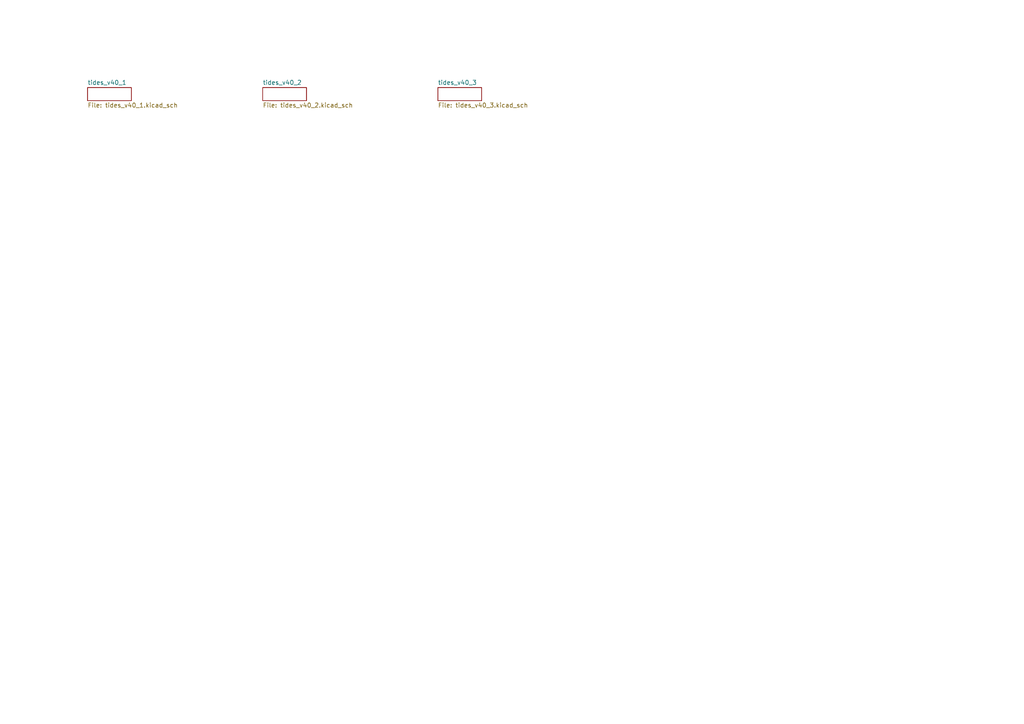
<source format=kicad_sch>
(kicad_sch (version 20211123) (generator eeschema)
  (paper "A4")
  (lib_symbols)
  (sheet (at 127 25.4) (size 12.7 3.81)
    (property "Sheet name" "tides_v40_3" (at 127 24.6884 0) (effects (justify left bottom)))
    (property "Sheet file" "tides_v40_3.kicad_sch" (at 127 29.7946 0) (effects (justify left top)))
  )
  (sheet (at 25.4 25.4) (size 12.7 3.81)
    (property "Sheet name" "tides_v40_1" (at 25.4 24.6884 0) (effects (justify left bottom)))
    (property "Sheet file" "tides_v40_1.kicad_sch" (at 25.4 29.7946 0) (effects (justify left top)))
  )
  (sheet (at 76.2 25.4) (size 12.7 3.81)
    (property "Sheet name" "tides_v40_2" (at 76.2 24.6884 0) (effects (justify left bottom)))
    (property "Sheet file" "tides_v40_2.kicad_sch" (at 76.2 29.7946 0) (effects (justify left top)))
  )
)
</source>
